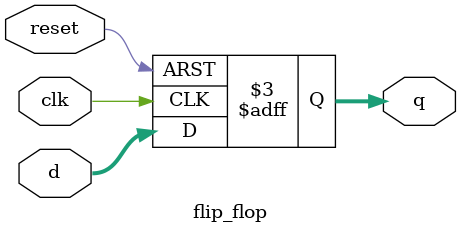
<source format=v>
`timescale 1ns / 1ps


module flip_flop #(parameter WIDTH = 32) //we can change the bit width on instantiation
    (input [WIDTH-1:0] d,
    input clk, reset,
    output reg [WIDTH-1:0] q);
    
    always @ (posedge clk, posedge reset)
        begin
        if (reset == 1)
            begin
            q <= 0;
            end
        else
            begin    
            q <= d;
            end
        end
endmodule

</source>
